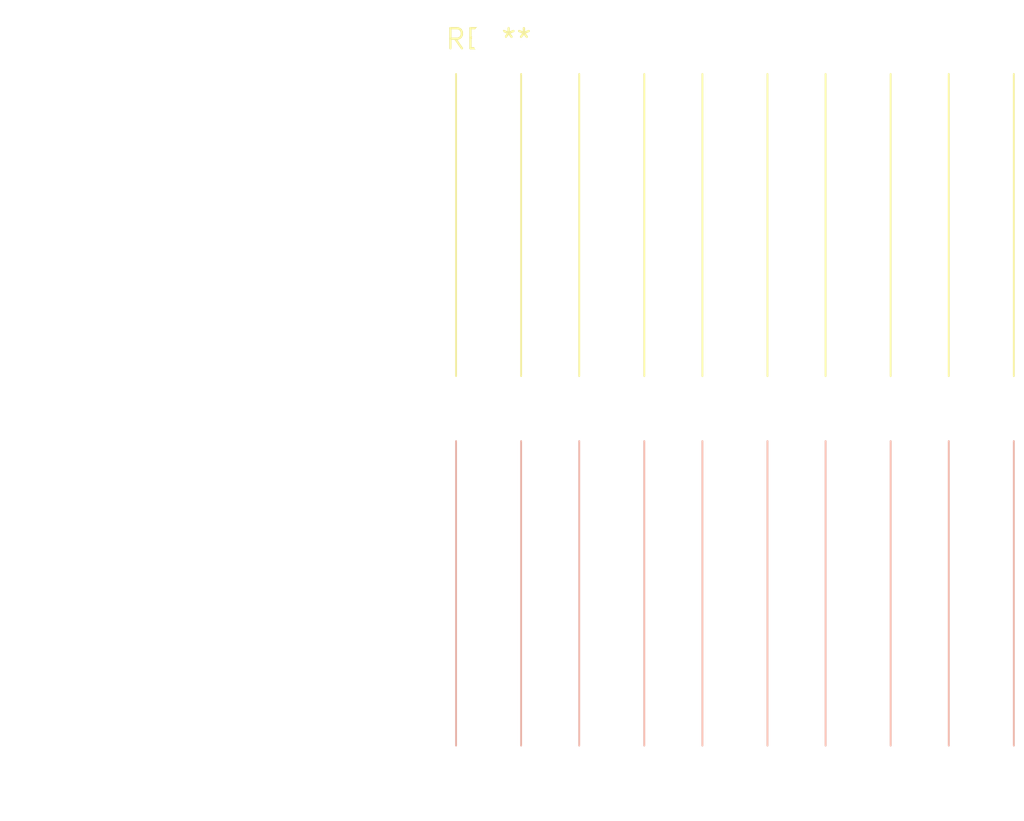
<source format=kicad_pcb>
(kicad_pcb (version 20240108) (generator pcbnew)
  (layers (0 "F.Cu" signal) (31 "B.Cu" signal) (34 "B.Paste" user) (35 "F.Paste" user) (36 "B.SilkS" user "B.Silkscreen") (37 "F.SilkS" user "F.Silkscreen") (38 "B.Mask" user) (39 "F.Mask" user) (44 "Edge.Cuts" user))
  (net 0 "")
  (footprint "SolderWire-1.5sqmm_1x05_P7.8mm_D1.7mm_OD3.9mm_Relief2x" (layer "F.Cu") (at 0 0)
    (property "Reference" "REF**")
    (property "Value" "SolderWire-1.5sqmm_1x05_P7.8mm_D1.7mm_OD3.9mm_Relief2x")
    (fp_line (start -2.06 25.46) (end -2.06 44.74) (layer "B.SilkS") (stroke (width 0.12)))
    (fp_line (start 2.06 25.46) (end 2.06 44.74) (layer "B.SilkS") (stroke (width 0.12)))
    (fp_line (start 5.74 25.46) (end 5.74 44.74) (layer "B.SilkS") (stroke (width 0.12)))
    (fp_line (start 9.86 25.46) (end 9.86 44.74) (layer "B.SilkS") (stroke (width 0.12)))
    (fp_line (start 13.54 25.46) (end 13.54 44.74) (layer "B.SilkS") (stroke (width 0.12)))
    (fp_line (start 17.66 25.46) (end 17.66 44.74) (layer "B.SilkS") (stroke (width 0.12)))
    (fp_line (start 21.34 25.46) (end 21.34 44.74) (layer "B.SilkS") (stroke (width 0.12)))
    (fp_line (start 25.46 25.46) (end 25.46 44.74) (layer "B.SilkS") (stroke (width 0.12)))
    (fp_line (start 29.14 25.46) (end 29.14 44.74) (layer "B.SilkS") (stroke (width 0.12)))
    (fp_line (start 33.26 25.46) (end 33.26 44.74) (layer "B.SilkS") (stroke (width 0.12)))
    (fp_line (start -2.06 2.21) (end -2.06 21.34) (layer "F.SilkS") (stroke (width 0.12)))
    (fp_line (start 2.06 2.21) (end 2.06 21.34) (layer "F.SilkS") (stroke (width 0.12)))
    (fp_line (start 5.74 2.21) (end 5.74 21.34) (layer "F.SilkS") (stroke (width 0.12)))
    (fp_line (start 9.86 2.21) (end 9.86 21.34) (layer "F.SilkS") (stroke (width 0.12)))
    (fp_line (start 13.54 2.21) (end 13.54 21.34) (layer "F.SilkS") (stroke (width 0.12)))
    (fp_line (start 17.66 2.21) (end 17.66 21.34) (layer "F.SilkS") (stroke (width 0.12)))
    (fp_line (start 21.34 2.21) (end 21.34 21.34) (layer "F.SilkS") (stroke (width 0.12)))
    (fp_line (start 25.46 2.21) (end 25.46 21.34) (layer "F.SilkS") (stroke (width 0.12)))
    (fp_line (start 29.14 2.21) (end 29.14 21.34) (layer "F.SilkS") (stroke (width 0.12)))
    (fp_line (start 33.26 2.21) (end 33.26 21.34) (layer "F.SilkS") (stroke (width 0.12)))
    (pad "" np_thru_hole circle (at 0 23.4) (size 4.4 4.4) (drill 4.4) (layers *.Cu *.Mask))
    (pad "" np_thru_hole circle (at 0 46.8) (size 4.4 4.4) (drill 4.4) (layers *.Cu *.Mask))
    (pad "" np_thru_hole circle (at 7.8 23.4) (size 4.4 4.4) (drill 4.4) (layers *.Cu *.Mask))
    (pad "" np_thru_hole circle (at 7.8 46.8) (size 4.4 4.4) (drill 4.4) (layers *.Cu *.Mask))
    (pad "" np_thru_hole circle (at 15.6 23.4) (size 4.4 4.4) (drill 4.4) (layers *.Cu *.Mask))
    (pad "" np_thru_hole circle (at 15.6 46.8) (size 4.4 4.4) (drill 4.4) (layers *.Cu *.Mask))
    (pad "" np_thru_hole circle (at 23.4 23.4) (size 4.4 4.4) (drill 4.4) (layers *.Cu *.Mask))
    (pad "" np_thru_hole circle (at 23.4 46.8) (size 4.4 4.4) (drill 4.4) (layers *.Cu *.Mask))
    (pad "" np_thru_hole circle (at 31.2 23.4) (size 4.4 4.4) (drill 4.4) (layers *.Cu *.Mask))
    (pad "" np_thru_hole circle (at 31.2 46.8) (size 4.4 4.4) (drill 4.4) (layers *.Cu *.Mask))
    (pad "1" thru_hole roundrect (at 0 0) (size 3.9 3.9) (drill 2.1) (layers *.Cu *.Mask) (remove_unused_layers) (roundrect_rratio 0.064103))
    (pad "2" thru_hole circle (at 7.8 0) (size 3.9 3.9) (drill 2.1) (layers *.Cu *.Mask) (remove_unused_layers))
    (pad "3" thru_hole circle (at 15.6 0) (size 3.9 3.9) (drill 2.1) (layers *.Cu *.Mask) (remove_unused_layers))
    (pad "4" thru_hole circle (at 23.4 0) (size 3.9 3.9) (drill 2.1) (layers *.Cu *.Mask) (remove_unused_layers))
    (pad "5" thru_hole circle (at 31.2 0) (size 3.9 3.9) (drill 2.1) (layers *.Cu *.Mask) (remove_unused_layers))
  )
)
</source>
